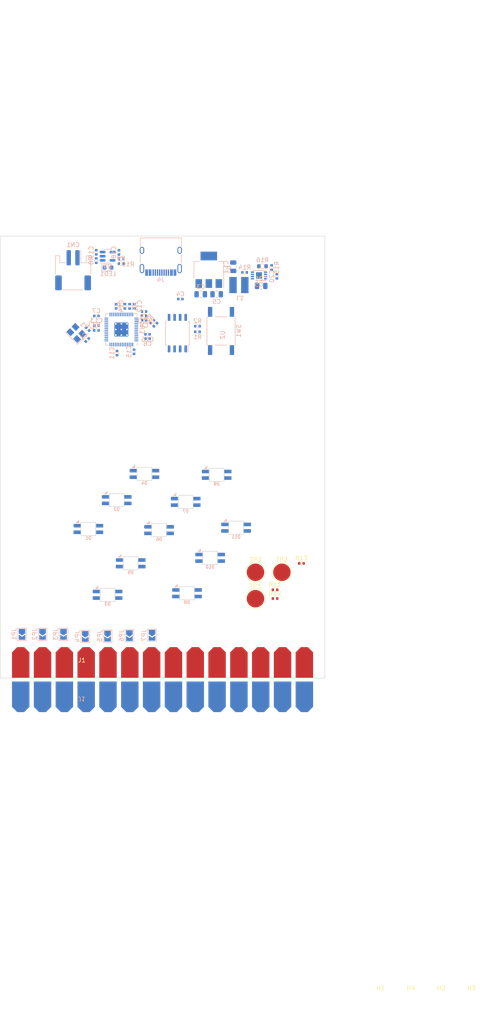
<source format=kicad_pcb>
(kicad_pcb (version 20211014) (generator pcbnew)
  (layers (0 "F.Cu" signal) (31 "B.Cu" signal) (34 "B.Paste" user) (35 "F.Paste" user) (36 "B.SilkS" user "B.Silkscreen") (37 "F.SilkS" user "F.Silkscreen") (38 "B.Mask" user) (39 "F.Mask" user) (44 "Edge.Cuts" user))
  (net 0 "")
  (net 1 "/RP2040/XIN")
  (net 2 "GND")
  (net 3 "Net-(C2-Pad1)")
  (net 4 "V_BAT")
  (net 5 "+3V3")
  (net 6 "+1V1")
  (net 7 "/logo_top_out")
  (net 8 "4.5V")
  (net 9 "NEOPIX")
  (net 10 "Net-(D1-Pad3)")
  (net 11 "Net-(D2-Pad3)")
  (net 12 "/logo_mid_out")
  (net 13 "Net-(L1-Pad2)")
  (net 14 "Net-(R14-Pad1)")
  (net 15 "Net-(D3-Pad3)")
  (net 16 "Net-(R15-Pad2)")
  (net 17 "Net-(D5-Pad3)")
  (net 18 "Net-(D6-Pad3)")
  (net 19 "Net-(D7-Pad3)")
  (net 21 "Net-(D10-Pad1)")
  (net 22 "Net-(D10-Pad3)")
  (net 23 "BADGE_S6")
  (net 24 "BADGE_S5")
  (net 25 "BADGE_S4")
  (net 26 "BADGE_S3")
  (net 27 "BADGE_S2")
  (net 28 "BADGE_S1")
  (net 29 "BADGE_S0")
  (net 31 "USB_D+")
  (net 34 "USB_D-")
  (net 37 "/RP2040/QSPI_SS")
  (net 38 "/RP2040/~{USB_BOOT}")
  (net 39 "/RP2040/XOUT")
  (net 40 "SENSE_VBAT")
  (net 41 "Net-(R6-Pad2)")
  (net 42 "Net-(R7-Pad2)")
  (net 43 "Net-(R8-Pad1)")
  (net 44 "Net-(R10-Pad2)")
  (net 45 "Net-(R9-Pad2)")
  (net 46 "/RP2040/QSPI_SD1")
  (net 47 "/RP2040/QSPI_SD2")
  (net 48 "/RP2040/QSPI_SD0")
  (net 49 "/RP2040/QSPI_SCLK")
  (net 50 "/RP2040/QSPI_SD3")
  (net 51 "/RP2040/GPIO15")
  (net 52 "/RP2040/SWCLK")
  (net 53 "/RP2040/SWD")
  (net 54 "/RP2040/RUN")
  (net 55 "I2C1_SDA")
  (net 56 "I2C1_SCL")
  (net 57 "/RP2040/GPIO19")
  (net 58 "/RP2040/GPIO20")
  (net 59 "/RP2040/GPIO21")
  (net 60 "TOUCH0")
  (net 61 "TOUCH1")
  (net 62 "TOUCH2")
  (net 63 "/RP2040/GPIO25")
  (net 64 "/RP2040/GPIO27_ADC1")
  (net 65 "/RP2040/GPIO28_ADC2")
  (net 66 "/RP2040/GPIO29_ADC3")
  (net 67 "SELF_S6")
  (net 68 "SELF_S5")
  (net 69 "SELF_S4")
  (net 70 "SELF_S3")
  (net 71 "SELF_S2")
  (net 72 "SELF_S1")
  (net 73 "SELF_S0")
  (net 74 "/RP2040/GPIO14")
  (net 75 "VBUS")
  (net 76 "Net-(LED1-Pad1)")
  (footprint "Connector_PCBEdge:BADGE_EDGE_x14" (layer "F.Cu") (at 156 121.625)
    (fp_text reference "J1" (at -18.5 -4.5 unlocked) (layer "F.SilkS"))
    (fp_text value "Conn_02x07_Counter_Clockwise")
    (pad "1" connect roundrect (at -32.5 -4) (size 4 7) (layers "F.Cu" "F.Mask") (roundrect_rratio 0) (chamfer_ratio 0.3) (chamfer top_left top_right) (net 73 "SELF_S0"))
    (pad "2" connect roundrect (at -27.5 -4) (size 4 7) (layers "F.Cu" "F.Mask") (roundrect_rratio 0) (chamfer_ratio 0.3) (chamfer top_left top_right) (net 72 "SELF_S1"))
    (pad "3" connect roundrect (at -22.5 -4) (size 4 7) (layers "F.Cu" "F.Mask") (roundrect_rratio 0) (chamfer_ratio 0.3) (chamfer top_left top_right) (net 71 "SELF_S2"))
    (pad "4" connect roundrect (at -17.5 -4) (size 4 7) (layers "F.Cu" "F.Mask") (roundrect_rratio 0) (chamfer_ratio 0.3) (chamfer top_left top_right) (net 70 "SELF_S3"))
    (pad "5" connect roundrect (at -12.5 -4) (size 4 7) (layers "F.Cu" "F.Mask") (roundrect_rratio 0) (chamfer_ratio 0.3) (chamfer top_left top_right) (net 69 "SELF_S4"))
    (pad "6" connect roundrect (at -7.5 -4) (size 4 7) (layers "F.Cu" "F.Mask") (roundrect_rratio 0) (chamfer_ratio 0.3) (chamfer top_left top_right) (net 68 "SELF_S5"))
    (pad "7" connect roundrect (at -2.5 -4) (size 4 7) (layers "F.Cu" "F.Mask") (roundrect_rratio 0) (chamfer_ratio 0.3) (chamfer top_left top_right) (net 67 "SELF_S6"))
    (pad "8" connect roundrect (at 2.5 -4) (size 4 7) (layers "F.Cu" "F.Mask") (roundrect_rratio 0) (chamfer_ratio 0.3) (chamfer top_left top_right) (net 23 "BADGE_S6"))
    (pad "9" connect roundrect (at 7.5 -4) (size 4 7) (layers "F.Cu" "F.Mask") (roundrect_rratio 0) (chamfer_ratio 0.3) (chamfer top_left top_right) (net 24 "BADGE_S5"))
    (pad "10" connect roundrect (at 12.5 -4) (size 4 7) (layers "F.Cu" "F.Mask") (roundrect_rratio 0) (chamfer_ratio 0.3) (chamfer top_left top_right) (net 25 "BADGE_S4"))
    (pad "11" connect roundrect (at 17.5 -4) (size 4 7) (layers "F.Cu" "F.Mask") (roundrect_rratio 0) (chamfer_ratio 0.3) (chamfer top_left top_right) (net 26 "BADGE_S3"))
    (pad "12" connect roundrect (at 22.5 -4) (size 4 7) (layers "F.Cu" "F.Mask") (roundrect_rratio 0) (chamfer_ratio 0.3) (chamfer top_left top_right) (net 27 "BADGE_S2"))
    (pad "13" connect roundrect (at 27.5 -4) (size 4 7) (layers "F.Cu" "F.Mask") (roundrect_rratio 0) (chamfer_ratio 0.3) (chamfer top_left top_right) (net 28 "BADGE_S1"))
    (pad "14" connect roundrect (at 32.5 -4) (size 4 7) (layers "F.Cu" "F.Mask") (roundrect_rratio 0) (chamfer_ratio 0.3) (chamfer top_left top_right) (net 29 "BADGE_S0"))
  )
  (footprint "MountingHole:MountingHole_2.7mm_M2.5" (layer "F.Cu") (at 205.965 195.825)
    (fp_text reference "H1" (at 0 -3.7) (layer "F.SilkS"))
    (fp_text value "MountingHole")
    (pad "" np_thru_hole circle locked (at 0 0) (size 2.7 2.7) (drill 2.7) (layers *.Cu *.Mask))
  )
  (footprint "MountingHole:MountingHole_2.7mm_M2.5" (layer "F.Cu") (at 219.865 195.825)
    (fp_text reference "H2" (at 0 -3.7) (layer "F.SilkS"))
    (fp_text value "MountingHole")
    (pad "" np_thru_hole circle locked (at 0 0) (size 2.7 2.7) (drill 2.7) (layers *.Cu *.Mask))
  )
  (footprint "Resistor_SMD:R_0402_1005Metric" (layer "F.Cu") (at 181.78 101.025)
    (fp_text reference "R11" (at 0 -1.17) (layer "F.SilkS"))
    (fp_text value "1M")
    (pad "1" smd roundrect locked (at -0.51 0) (size 0.54 0.64) (layers "F.Cu" "F.Paste" "F.Mask") (net 60 "TOUCH0"))
    (pad "2" smd roundrect locked (at 0.51 0) (size 0.54 0.64) (layers "F.Cu" "F.Paste" "F.Mask") (net 2 "GND"))
  )
  (footprint "MountingHole:MountingHole_2.7mm_M2.5" (layer "F.Cu") (at 212.915 195.825)
    (fp_text reference "H4" (at 0 -3.7) (layer "F.SilkS"))
    (fp_text value "MountingHole")
    (pad "" np_thru_hole circle locked (at 0 0) (size 2.7 2.7) (drill 2.7) (layers *.Cu *.Mask))
  )
  (footprint "TestPoint:TestPoint_Pad_D4.0mm" (layer "F.Cu") (at 183.35 97.005)
    (fp_text reference "TP2" (at 0 -2.898) (layer "F.SilkS"))
    (fp_text value "TestPoint")
    (pad "1" smd circle locked (at 0 0) (size 4 4) (layers "F.Cu" "F.Mask") (net 61 "TOUCH1"))
  )
  (footprint "MountingHole:MountingHole_2.7mm_M2.5" (layer "F.Cu") (at 226.815 195.825)
    (fp_text reference "H3" (at 0 -3.7) (layer "F.SilkS"))
    (fp_text value "MountingHole")
    (pad "" np_thru_hole circle locked (at 0 0) (size 2.7 2.7) (drill 2.7) (layers *.Cu *.Mask))
  )
  (footprint "Resistor_SMD:R_0402_1005Metric" (layer "F.Cu") (at 181.78 103.015)
    (fp_text reference "R12" (at 0 -1.17) (layer "F.SilkS"))
    (fp_text value "1M")
    (pad "1" smd roundrect locked (at -0.51 0) (size 0.54 0.64) (layers "F.Cu" "F.Paste" "F.Mask") (net 61 "TOUCH1"))
    (pad "2" smd roundrect locked (at 0.51 0) (size 0.54 0.64) (layers "F.Cu" "F.Paste" "F.Mask") (net 2 "GND"))
  )
  (footprint "Resistor_SMD:R_0402_1005Metric" (layer "F.Cu") (at 187.83 94.975)
    (fp_text reference "R13" (at 0 -1.17) (layer "F.SilkS"))
    (fp_text value "1M")
    (pad "1" smd roundrect locked (at -0.51 0) (size 0.54 0.64) (layers "F.Cu" "F.Paste" "F.Mask") (net 62 "TOUCH2"))
    (pad "2" smd roundrect locked (at 0.51 0) (size 0.54 0.64) (layers "F.Cu" "F.Paste" "F.Mask") (net 2 "GND"))
  )
  (footprint "TestPoint:TestPoint_Pad_D4.0mm" (layer "F.Cu") (at 177.3 97.005)
    (fp_text reference "TP3" (at 0 -2.898) (layer "F.SilkS"))
    (fp_text value "TestPoint")
    (pad "1" smd circle locked (at 0 0) (size 4 4) (layers "F.Cu" "F.Mask") (net 62 "TOUCH2"))
  )
  (footprint "TestPoint:TestPoint_Pad_D4.0mm" (layer "F.Cu") (at 177.3 103.055)
    (fp_text reference "TP1" (at 0 -2.898) (layer "F.SilkS"))
    (fp_text value "TestPoint")
    (pad "1" smd circle locked (at 0 0) (size 4 4) (layers "F.Cu" "F.Mask") (net 60 "TOUCH0"))
  )
  (footprint "Inductor_SMD:CKCS4018" (layer "B.Cu") (at 173.5 31.3)
    (fp_text reference "L1" (at 0.3 3 180 unlocked) (layer "B.SilkS") (effects (justify mirror)))
    (fp_text value "L")
    (pad "1" smd rect (at -1.35 0) (size 1.7 3.7) (layers "B.Cu" "B.Paste" "B.Mask") (net 4 "V_BAT"))
    (pad "2" smd rect (at 1.35 0) (size 1.7 3.7) (layers "B.Cu" "B.Paste" "B.Mask") (net 13 "Net-(L1-Pad2)"))
  )
  (footprint "Jumper:SolderJumper-2_P1.3mm_Open_TrianglePad1.0x1.5mm" (layer "B.Cu") (at 153.6 111.4 -90)
    (fp_text reference "JP7" (at 0 1.8 90) (layer "B.SilkS") (effects (justify mirror)))
    (fp_text value "SolderJumper_2_Open")
    (pad "1" smd custom locked (at -0.725 0 270) (size 0.3 0.3) (layers "B.Cu" "B.Mask") (net 2 "GND") (options (clearance outline) (anchor rect)) (primitives (gr_poly (pts (xy 1 0) (xy 0.5 0.75) (xy -0.5 0.75) (xy -0.5 -0.75) (xy 0.5 -0.75)) (width 0) (fill yes))))
    (pad "2" smd custom locked (at 0.725 0 270) (size 0.3 0.3) (layers "B.Cu" "B.Mask") (net 67 "SELF_S6") (options (clearance outline) (anchor rect)) (primitives (gr_poly (pts (xy 0.5 0.75) (xy -0.65 0.75) (xy -0.15 0) (xy -0.65 -0.75) (xy 0.5 -0.75)) (width 0) (fill yes))))
  )
  (footprint "Capacitor_SMD:C_0805_2012Metric" (layer "B.Cu") (at 164.75 33.4 180)
    (fp_text reference "C3" (at 0 1.68) (layer "B.SilkS") (effects (justify mirror)))
    (fp_text value "10u")
    (pad "1" smd roundrect locked (at -0.95 0 180) (size 1 1.45) (layers "B.Cu" "B.Paste" "B.Mask") (net 4 "V_BAT"))
    (pad "2" smd roundrect locked (at 0.95 0 180) (size 1 1.45) (layers "B.Cu" "B.Paste" "B.Mask") (net 2 "GND"))
  )
  (footprint "Resistor_SMD:R_0402_1005Metric" (layer "B.Cu") (at 147.3625 36.1625 -90)
    (fp_text reference "R4" (at 0 1.17 -270) (layer "B.SilkS") (effects (justify mirror)))
    (fp_text value "10k")
    (pad "1" smd roundrect locked (at -0.51 0 270) (size 0.54 0.64) (layers "B.Cu" "B.Paste" "B.Mask") (net 4 "V_BAT"))
    (pad "2" smd roundrect locked (at 0.51 0 270) (size 0.54 0.64) (layers "B.Cu" "B.Paste" "B.Mask") (net 40 "SENSE_VBAT"))
  )
  (footprint "Resistor_SMD:R_0402_1005Metric" (layer "B.Cu") (at 153.6625 39.6625 -135)
    (fp_text reference "R7" (at 0 1.17 45) (layer "B.SilkS") (effects (justify mirror)))
    (fp_text value "27")
    (pad "1" smd roundrect locked (at -0.51 0 225) (size 0.54 0.64) (layers "B.Cu" "B.Paste" "B.Mask") (net 34 "USB_D-"))
    (pad "2" smd roundrect locked (at 0.51 0 225) (size 0.54 0.64) (layers "B.Cu" "B.Paste" "B.Mask") (net 42 "Net-(R7-Pad2)"))
  )
  (footprint "Capacitor_SMD:C_0402_1005Metric" (layer "B.Cu") (at 146 23.82 -90)
    (fp_text reference "C18" (at 0 1.16 90) (layer "B.SilkS") (effects (justify mirror)))
    (fp_text value "1u")
    (pad "1" smd roundrect locked (at -0.48 0 270) (size 0.56 0.62) (layers "B.Cu" "B.Paste" "B.Mask") (net 75 "VBUS"))
    (pad "2" smd roundrect locked (at 0.48 0 270) (size 0.56 0.62) (layers "B.Cu" "B.Paste" "B.Mask") (net 2 "GND"))
  )
  (footprint "Capacitor_SMD:C_0402_1005Metric" (layer "B.Cu") (at 151.7625 38.3625)
    (fp_text reference "C10" (at 0 1.16) (layer "B.SilkS") (effects (justify mirror)))
    (fp_text value "1u")
    (pad "1" smd roundrect locked (at -0.48 0) (size 0.56 0.62) (layers "B.Cu" "B.Paste" "B.Mask") (net 5 "+3V3"))
    (pad "2" smd roundrect locked (at 0.48 0) (size 0.56 0.62) (layers "B.Cu" "B.Paste" "B.Mask") (net 2 "GND"))
  )
  (footprint "footprints:SK6812-MINI-E" (layer "B.Cu") (at 145.5 80.5 180)
    (fp_text reference "D2" (at 0 -2.1 unlocked) (layer "B.SilkS") (effects (font (size 0.7 0.7)) (justify mirror)))
    (fp_text value "SK6812MINI-E" hide)
    (fp_line (start -1.7 -1.5) (end -1.7 1.5) (layer "Edge.Cuts") (width 0.12))
    (fp_line (start -1.7 1.5) (end 1.7 1.5) (layer "Edge.Cuts") (width 0.12))
    (fp_line (start 1.7 -1.5) (end -1.7 -1.5) (layer "Edge.Cuts") (width 0.12))
    (fp_line (start 1.7 1.5) (end 1.7 -1.5) (layer "Edge.Cuts") (width 0.12))
    (pad "1" smd rect locked (at -2.55 -0.75 180) (size 1.7 0.82) (layers "B.Cu" "B.Paste" "B.Mask") (net 10 "Net-(D1-Pad3)"))
    (pad "2" smd rect locked (at -2.55 0.75 180) (size 1.7 0.82) (layers "B.Cu" "B.Paste" "B.Mask") (net 8 "4.5V"))
    (pad "3" smd roundrect locked (at 2.55 0.75 180) (size 1.7 0.82) (layers "B.Cu" "B.Paste" "B.Mask") (net 11 "Net-(D2-Pad3)"))
    (pad "4" smd rect locked (at 2.55 -0.75 180) (size 1.7 0.82) (layers "B.Cu" "B.Paste" "B.Mask") (net 2 "GND"))
  )
  (footprint "Capacitor_SMD:C_0402_1005Metric" (layer "B.Cu") (at 182.2 29.3 -90)
    (fp_text reference "C20" (at 0 1.16 90) (layer "B.SilkS") (effects (justify mirror)))
    (fp_text value "1u")
    (pad "1" smd roundrect locked (at -0.48 0 270) (size 0.56 0.62) (layers "B.Cu" "B.Paste" "B.Mask") (net 4 "V_BAT"))
    (pad "2" smd roundrect locked (at 0.48 0 270) (size 0.56 0.62) (layers "B.Cu" "B.Paste" "B.Mask") (net 2 "GND"))
  )
  (footprint "Jumper:SolderJumper-2_P1.3mm_Open_TrianglePad1.0x1.5mm" (layer "B.Cu") (at 128.5 111.2 -90)
    (fp_text reference "JP2" (at 0 1.8 90) (layer "B.SilkS") (effects (justify mirror)))
    (fp_text value "SolderJumper_2_Open")
    (pad "1" smd custom locked (at -0.725 0 270) (size 0.3 0.3) (layers "B.Cu" "B.Mask") (net 2 "GND") (options (clearance outline) (anchor rect)) (primitives (gr_poly (pts (xy 1 0) (xy 0.5 0.75) (xy -0.5 0.75) (xy -0.5 -0.75) (xy 0.5 -0.75)) (width 0) (fill yes))))
    (pad "2" smd custom locked (at 0.725 0 270) (size 0.3 0.3) (layers "B.Cu" "B.Mask") (net 72 "SELF_S1") (options (clearance outline) (anchor rect)) (primitives (gr_poly (pts (xy 0.5 0.75) (xy -0.65 0.75) (xy -0.15 0) (xy -0.65 -0.75) (xy 0.5 -0.75)) (width 0) (fill yes))))
  )
  (footprint "Package_TO_SOT_SMD:SOT-23-5" (layer "B.Cu") (at 143.4 24.7)
    (fp_text reference "U4" (at 0 2.4) (layer "B.SilkS") (effects (justify mirror)))
    (fp_text value "TP4054-42-SOT25R")
    (pad "1" smd roundrect locked (at -1.1375 0.95) (size 1.325 0.6) (layers "B.Cu" "B.Paste" "B.Mask") (net 43 "Net-(R8-Pad1)"))
    (pad "2" smd roundrect locked (at -1.1375 0) (size 1.325 0.6) (layers "B.Cu" "B.Paste" "B.Mask") (net 2 "GND"))
    (pad "3" smd roundrect locked (at -1.1375 -0.95) (size 1.325 0.6) (layers "B.Cu" "B.Paste" "B.Mask") (net 4 "V_BAT"))
    (pad "4" smd roundrect locked (at 1.1375 -0.95) (size 1.325 0.6) (layers "B.Cu" "B.Paste" "B.Mask") (net 75 "VBUS"))
    (pad "5" smd roundrect locked (at 1.1375 0.95) (size 1.325 0.6) (layers "B.Cu" "B.Paste" "B.Mask") (net 45 "Net-(R9-Pad2)"))
  )
  (footprint "Resistor_SMD:R_0402_1005Metric" (layer "B.Cu") (at 174.8 28.4 180)
    (fp_text reference "R14" (at 0 1.17) (layer "B.SilkS") (effects (justify mirror)))
    (fp_text value "1M")
    (pad "1" smd roundrect locked (at -0.51 0 180) (size 0.54 0.64) (layers "B.Cu" "B.Paste" "B.Mask") (net 14 "Net-(R14-Pad1)"))
    (pad "2" smd roundrect locked (at 0.51 0 180) (size 0.54 0.64) (layers "B.Cu" "B.Paste" "B.Mask") (net 2 "GND"))
  )
  (footprint "footprints:SK6812-MINI-E" (layer "B.Cu") (at 166.9 93.7 180)
    (fp_text reference "D10" (at 0 -2.1 unlocked) (layer "B.SilkS") (effects (font (size 0.7 0.7)) (justify mirror)))
    (fp_text value "SK6812MINI-E" hide)
    (fp_line (start 1.7 -1.5) (end -1.7 -1.5) (layer "Edge.Cuts") (width 0.12))
    (fp_line (start 1.7 1.5) (end 1.7 -1.5) (layer "Edge.Cuts") (width 0.12))
    (fp_line (start -1.7 1.5) (end 1.7 1.5) (layer "Edge.Cuts") (width 0.12))
    (fp_line (start -1.7 -1.5) (end -1.7 1.5) (layer "Edge.Cuts") (width 0.12))
    (pad "1" smd rect locked (at -2.55 -0.75 180) (size 1.7 0.82) (layers "B.Cu" "B.Paste" "B.Mask") (net 21 "Net-(D10-Pad1)"))
    (pad "2" smd rect locked (at -2.55 0.75 180) (size 1.7 0.82) (layers "B.Cu" "B.Paste" "B.Mask") (net 8 "4.5V"))
    (pad "3" smd roundrect locked (at 2.55 0.75 180) (size 1.7 0.82) (layers "B.Cu" "B.Paste" "B.Mask") (net 22 "Net-(D10-Pad3)"))
    (pad "4" smd rect locked (at 2.55 -0.75 180) (size 1.7 0.82) (layers "B.Cu" "B.Paste" "B.Mask") (net 2 "GND"))
  )
  (footprint "Capacitor_SMD:C_0402_1005Metric" (layer "B.Cu") (at 149.4625 46.5625 -90)
    (fp_text reference "C15" (at 0 1.16 -270) (layer "B.SilkS") (effects (justify mirror)))
    (fp_text value "100n")
    (pad "1" smd roundrect locked (at -0.48 0 270) (size 0.56 0.62) (layers "B.Cu" "B.Paste" "B.Mask") (net 5 "+3V3"))
    (pad "2" smd roundrect locked (at 0.48 0 270) (size 0.56 0.62) (layers "B.Cu" "B.Paste" "B.Mask") (net 2 "GND"))
  )
  (footprint "Resistor_SMD:R_0402_1005Metric" (layer "B.Cu") (at 181 27.3 90)
    (fp_text reference "R15" (at 0 1.17 90) (layer "B.SilkS") (effects (justify mirror)))
    (fp_text value "1M")
    (pad "1" smd roundrect locked (at -0.51 0 90) (size 0.54 0.64) (layers "B.Cu" "B.Paste" "B.Mask") (net 8 "4.5V"))
    (pad "2" smd roundrect locked (at 0.51 0 90) (size 0.54 0.64) (layers "B.Cu" "B.Paste" "B.Mask") (net 16 "Net-(R15-Pad2)"))
  )
  (footprint "Capacitor_SMD:C_0402_1005Metric" (layer "B.Cu") (at 145.3625 36.1625 90)
    (fp_text reference "C14" (at 0 1.16 90) (layer "B.SilkS") (effects (justify mirror)))
    (fp_text value "100n")
    (pad "1" smd roundrect locked (at -0.48 0 90) (size 0.56 0.62) (layers "B.Cu" "B.Paste" "B.Mask") (net 5 "+3V3"))
    (pad "2" smd roundrect locked (at 0.48 0 90) (size 0.56 0.62) (layers "B.Cu" "B.Paste" "B.Mask") (net 2 "GND"))
  )
  (footprint "Capacitor_SMD:C_0402_1005Metric" (layer "B.Cu") (at 151.7625 39.3625)
    (fp_text reference "C8" (at 0 1.16) (layer "B.SilkS") (effects (justify mirror)))
    (fp_text value "1u")
    (pad "1" smd roundrect locked (at -0.48 0) (size 0.56 0.62) (layers "B.Cu" "B.Paste" "B.Mask") (net 6 "+1V1"))
    (pad "2" smd roundrect locked (at 0.48 0) (size 0.56 0.62) (layers "B.Cu" "B.Paste" "B.Mask") (net 2 "GND"))
  )
  (footprint "footprints:SK6812-MINI-E" (layer "B.Cu") (at 172.85 86.805 180)
    (fp_text reference "D11" (at 0 -2.1 unlocked) (layer "B.SilkS") (effects (font (size 0.7 0.7)) (justify mirror)))
    (fp_text value "SK6812MINI-E" hide)
    (fp_line (start 1.7 -1.5) (end -1.7 -1.5) (layer "Edge.Cuts") (width 0.12))
    (fp_line (start 1.7 1.5) (end 1.7 -1.5) (layer "Edge.Cuts") (width 0.12))
    (fp_line (start -1.7 -1.5) (end -1.7 1.5) (layer "Edge.Cuts") (width 0.12))
    (fp_line (start -1.7 1.5) (end 1.7 1.5) (layer "Edge.Cuts") (width 0.12))
    (pad "1" smd rect locked (at -2.55 -0.75 180) (size 1.7 0.82) (layers "B.Cu" "B.Paste" "B.Mask") (net 22 "Net-(D10-Pad3)"))
    (pad "2" smd rect locked (at -2.55 0.75 180) (size 1.7 0.82) (layers "B.Cu" "B.Paste" "B.Mask") (net 8 "4.5V"))
    (pad "3" smd roundrect locked (at 2.55 0.75 180) (size 1.7 0.82) (layers "B.Cu" "B.Paste" "B.Mask") (net 12 "/logo_mid_out"))
    (pad "4" smd rect locked (at 2.55 -0.75 180) (size 1.7 0.82) (layers "B.Cu" "B.Paste" "B.Mask") (net 2 "GND"))
  )
  (footprint "footprints:SK6812-MINI-E" (layer "B.Cu") (at 151.85 74.505 180)
    (fp_text reference "D4" (at 0 -2.1 unlocked) (layer "B.SilkS") (effects (font (size 0.7 0.7)) (justify mirror)))
    (fp_text value "SK6812MINI-E" hide)
    (fp_line (start -1.7 -1.5) (end -1.7 1.5) (layer "Edge.Cuts") (width 0.12))
    (fp_line (start -1.7 1.5) (end 1.7 1.5) (layer "Edge.Cuts") (width 0.12))
    (fp_line (start 1.7 1.5) (end 1.7 -1.5) (layer "Edge.Cuts") (width 0.12))
    (fp_line (start 1.7 -1.5) (end -1.7 -1.5) (layer "Edge.Cuts") (width 0.12))
    (pad "1" smd rect locked (at -2.55 -0.75 180) (size 1.7 0.82) (layers "B.Cu" "B.Paste" "B.Mask") (net 11 "Net-(D2-Pad3)"))
    (pad "2" smd rect locked (at -2.55 0.75 180) (size 1.7 0.82) (layers "B.Cu" "B.Paste" "B.Mask") (net 8 "4.5V"))
    (pad "3" smd roundrect locked (at 2.55 0.75 180) (size 1.7 0.82) (layers "B.Cu" "B.Paste" "B.Mask") (net 9 "NEOPIX"))
    (pad "4" smd rect locked (at 2.55 -0.75 180) (size 1.7 0.82) (layers "B.Cu" "B.Paste" "B.Mask") (net 2 "GND"))
  )
  (footprint "Jumper:SolderJumper-2_P1.3mm_Open_TrianglePad1.0x1.5mm" (layer "B.Cu") (at 143.4 111.6 -90)
    (fp_text reference "JP5" (at 0 1.8 90) (layer "B.SilkS") (effects (justify mirror)))
    (fp_text value "SolderJumper_2_Open")
    (pad "1" smd custom locked (at -0.725 0 270) (size 0.3 0.3) (layers "B.Cu" "B.Mask") (net 2 "GND") (options (clearance outline) (anchor rect)) (primitives (gr_poly (pts (xy 1 0) (xy 0.5 0.75) (xy -0.5 0.75) (xy -0.5 -0.75) (xy 0.5 -0.75)) (width 0) (fill yes))))
    (pad "2" smd custom locked (at 0.725 0 270) (size 0.3 0.3) (layers "B.Cu" "B.Mask") (net 69 "SELF_S4") (options (clearance outline) (anchor rect)) (primitives (gr_poly (pts (xy 0.5 0.75) (xy -0.65 0.75) (xy -0.15 0) (xy -0.65 -0.75) (xy 0.5 -0.75)) (width 0) (fill yes))))
  )
  (footprint "Capacitor_SMD:C_0402_1005Metric" (layer "B.Cu") (at 160.08 34.5 180)
    (fp_text reference "C4" (at 0 1.16) (layer "B.SilkS") (effects (justify mirror)))
    (fp_text value "100n")
    (pad "1" smd roundrect locked (at -0.48 0 180) (size 0.56 0.62) (layers "B.Cu" "B.Paste" "B.Mask") (net 5 "+3V3"))
    (pad "2" smd roundrect locked (at 0.48 0 180) (size 0.56 0.62) (layers "B.Cu" "B.Paste" "B.Mask") (net 2 "GND"))
  )
  (footprint "footprints:SK6812-MINI-E" (layer "B.Cu") (at 155.2 87.355 180)
    (fp_text reference "D6" (at 0 -2.1 unlocked) (layer "B.SilkS") (effects (font (size 0.7 0.7)) (justify mirror)))
    (fp_text value "SK6812MINI-E" hide)
    (fp_line (start 1.7 -1.5) (end -1.7 -1.5) (layer "Edge.Cuts") (width 0.12))
    (fp_line (start -1.7 -1.5) (end -1.7 1.5) (layer "Edge.Cuts") (width 0.12))
    (fp_line (start 1.7 1.5) (end 1.7 -1.5) (layer "Edge.Cuts") (width 0.12))
    (fp_line (start -1.7 1.5) (end 1.7 1.5) (layer "Edge.Cuts") (width 0.12))
    (pad "1" smd rect locked (at -2.55 -0.75 180) (size 1.7 0.82) (layers "B.Cu" "B.Paste" "B.Mask") (net 17 "Net-(D5-Pad3)"))
    (pad "2" smd rect locked (at -2.55 0.75 180) (size 1.7 0.82) (layers "B.Cu" "B.Paste" "B.Mask") (net 8 "4.5V"))
    (pad "3" smd roundrect locked (at 2.55 0.75 180) (size 1.7 0.82) (layers "B.Cu" "B.Paste" "B.Mask") (net 18 "Net-(D6-Pad3)"))
    (pad "4" smd rect locked (at 2.55 -0.75 180) (size 1.7 0.82) (layers "B.Cu" "B.Paste" "B.Mask") (net 2 "GND"))
  )
  (footprint "footprints:SK6812-MINI-E" (layer "B.Cu") (at 139 87.1 180)
    (fp_text reference "D1" (at 0 -2.1 unlocked) (layer "B.SilkS") (effects (font (size 0.7 0.7)) (justify mirror)))
    (fp_text value "SK6812MINI-E" hide)
    (fp_line (start 1.7 -1.5) (end -1.7 -1.5) (layer "Edge.Cuts") (width 0.12))
    (fp_line (start -1.7 1.5) (end 1.7 1.5) (layer "Edge.Cuts") (width 0.12))
    (fp_line (start -1.7 -1.5) (end -1.7 1.5) (layer "Edge.Cuts") (width 0.12))
    (fp_line (start 1.7 1.5) (end 1.7 -1.5) (layer "Edge.Cuts") (width 0.12))
    (pad "1" smd rect locked (at -2.55 -0.75 180) (size 1.7 0.82) (layers "B.Cu" "B.Paste" "B.Mask") (net 7 "/logo_top_out"))
    (pad "2" smd rect locked (at -2.55 0.75 180) (size 1.7 0.82) (layers "B.Cu" "B.Paste" "B.Mask") (net 8 "4.5V"))
    (pad "3" smd roundrect locked (at 2.55 0.75 180) (size 1.7 0.82) (layers "B.Cu" "B.Paste" "B.Mask") (net 10 "Net-(D1-Pad3)"))
    (pad "4" smd rect locked (at 2.55 -0.75 180) (size 1.7 0.82) (layers "B.Cu" "B.Paste" "B.Mask") (net 2 "GND"))
  )
  (footprint "Capacitor_SMD:C_0402_1005Metric" (layer "B.Cu") (at 138.7425 43.8625 -135)
    (fp_text reference "C1" (at 0 1.16 45) (layer "B.SilkS") (effects (justify mirror)))
    (fp_text value "20p")
    (pad "1" smd roundrect locked (at -0.48 0 225) (size 0.56 0.62) (layers "B.Cu" "B.Paste" "B.Mask") (net 1 "/RP2040/XIN"))
    (pad "2" smd roundrect locked (at 0.48 0 225) (size 0.56 0.62) (layers "B.Cu" "B.Paste" "B.Mask") (net 2 "GND"))
  )
  (footprint "Jumper:SolderJumper-2_P1.3mm_Open_TrianglePad1.0x1.5mm" (layer "B.Cu") (at 148.4 111.5 -90)
    (fp_text reference "JP6" (at 0 1.8 90) (layer "B.SilkS") (effects (justify mirror)))
    (fp_text value "SolderJumper_2_Open")
    (pad "1" smd custom locked (at -0.725 0 270) (size 0.3 0.3) (layers "B.Cu" "B.Mask") (net 2 "GND") (options (clearance outline) (anchor rect)) (primitives (gr_poly (pts (xy 1 0) (xy 0.5 0.75) (xy -0.5 0.75) (xy -0.5 -0.75) (xy 0.5 -0.75)) (width 0) (fill yes))))
    (pad "2" smd custom locked (at 0.725 0 270) (size 0.3 0.3) (layers "B.Cu" "B.Mask") (net 68 "SELF_S5") (options (clearance outline) (anchor rect)) (primitives (gr_poly (pts (xy 0.5 0.75) (xy -0.65 0.75) (xy -0.15 0) (xy -0.65 -0.75) (xy 0.5 -0.75)) (width 0) (fill yes))))
  )
  (footprint "Connector_USB:USB_C_Receptacle_HRO_TYPE-C-31-M-12" (layer "B.Cu") (at 155.6 24.4)
    (fp_text reference "J4" (at 0 5.645) (layer "B.SilkS") (effects (justify mirror)))
    (fp_text value "USB_C_Receptacle_USB2.0")
    (pad "" np_thru_hole circle locked (at -2.89 2.6) (size 0.65 0.65) (drill 0.65) (layers *.Cu *.Mask))
    (pad "" np_thru_hole circle locked (at 2.89 2.6) (size 0.65 0.65) (drill 0.65) (layers *.Cu *.Mask))
    (pad "A1" smd rect locked (at -3.25 4.045) (size 0.6 1.45) (layers "B.Cu" "B.Paste" "B.Mask") (net 2 "GND"))
    (pad "A4" smd rect locked (at -2.45 4.045) (size 0.6 1.45) (layers "B.Cu" "B.Paste" "B.Mask") (net 75 "VBUS"))
    (pad "A5" smd rect locked (at -1.25 4.045) (size 0.3 1.45) (layers "B.Cu" "B.Paste" "B.Mask"))
    (pad "A6" smd rect locked (at -0.25 4.045) (size 0.3 1.45) (layers "B.Cu" "B.Paste" "B.Mask") (net 31 "USB_D+"))
    (pad "A7" smd rect locked (at 0.25 4.045) (size 0.3 1.45) (layers "B.Cu" "B.Paste" "B.Mask") (net 34 "USB_D-"))
    (pad "A8" smd rect locked (at 1.25 4.045) (size 0.3 1.45) (layers "B.Cu" "B.Paste" "B.Mask"))
    (pad "A9" smd rect locked (at 2.45 4.045) (size 0.6 1.45) (layers "B.Cu" "B.Paste" "B.Mask") (net 75 "VBUS"))
    (pad "A12" smd rect locked (at 3.25 4.045) (size 0.6 1.45) (layers "B.Cu" "B.Paste" "B.Mask") (net 2 "GND"))
    (pad "B1" smd rect locked (at 3.25 4.045) (size 0.6 1.45) (layers "B.Cu" "B.Paste" "B.Mask") (net 2 "GND"))
    (pad "B4" smd rect locked (at 2.45 4.045) (size 0.6 1.45) (layers "B.Cu" "B.Paste" "B.Mask") (net 75 "VBUS"))
    (pad "B5" smd rect locked (at 1.75 4.045) (size 0.3 1.45) (layers "B.Cu" "B.Paste" "B.Mask"))
    (pad "B6" smd rect locked (at 0.75 4.045) (size 0.3 1.45) (layers "B.Cu" "B.Paste" "B.Mask") (net 31 "USB_D+"))
    (pad "B7" smd rect locked (at -0.75 4.045) (size 0.3 1.45) (layers "B.Cu" "B.Paste" "B.Mask") (net 34 "USB_D-"))
    (pad "B8" smd rect locked (at -1.75 4.045) (size 0.3 1.45) (layers "B.Cu" "B.Paste" "B.Mask"))
    (pad "B9" smd rect locked (at -2.45 4.045) (size 0.6 1.45) (layers "B.Cu" "B.Paste" "B.Mask") (net 75 "VBUS"))
    (pad "B12" smd rect locked (at -3.25 4.045) (size 0.6 1.45) (layers "B.Cu" "B.Paste" "B.Mask") (net 2 "GND"))
    (pad "S1" thru_hole oval locked (at 4.32 -1.05) (size 1 1.6) (drill oval 0.6 1.2) (layers *.Cu *.Mask))
    (pad "S1" thru_hole oval locked (at -4.32 3.13) (size 1 2.1) (drill oval 0.6 1.7) (layers *.Cu *.Mask))
    (pad "S1" thru_hole oval locked (at 4.32 3.13) (size 1 2.1) (drill oval 0.6 1.7) (layers *.Cu *.Mask))
    (pad "S1" thru_hole oval locked (at -4.32 -1.05) (size 1 1.6) (drill oval 0.6 1.2) (layers *.Cu *.Mask))
  )
  (footprint "footprints:SK6812-MINI-E" (layer "B.Cu") (at 143.4 102.155 180)
    (fp_text reference "D3" (at 0 -2.1 unlocked) (layer "B.SilkS") (effects (font (size 0.7 0.7)) (justify mirror)))
    (fp_text value "SK6812MINI-E" hide)
    (fp_line (start -1.7 -1.5) (end -1.7 1.5) (layer "Edge.Cuts") (width 0.12))
    (fp_line (start 1.7 -1.5) (end -1.7 -1.5) (layer "Edge.Cuts") (width 0.12))
    (fp_line (start 1.7 1.5) (end 1.7 -1.5) (layer "Edge.Cuts") (width 0.12))
    (fp_line (start -1.7 1.5) (end 1.7 1.5) (layer "Edge.Cuts") (width 0.12))
    (pad "1" smd rect locked (at -2.55 -0.75 180) (size 1.7 0.82) (layers "B.Cu" "B.Paste" "B.Mask") (net 12 "/logo_mid_out"))
    (pad "2" smd rect locked (at -2.55 0.75 180) (size 1.7 0.82) (layers "B.Cu" "B.Paste" "B.Mask") (net 8 "4.5V"))
    (pad "3" smd roundrect locked (at 2.55 0.75 180) (size 1.7 0.82) (layers "B.Cu" "B.Paste" "B.Mask") (net 15 "Net-(D3-Pad3)"))
    (pad "4" smd rect locked (at 2.55 -0.75 180) (size 1.7 0.82) (layers "B.Cu" "B.Paste" "B.Mask") (net 2 "GND"))
  )
  (footprint "Resistor_SMD:R_0402_1005Metric" (layer "B.Cu") (at 140.8 25.7 -90)
    (fp_text reference "R8" (at 0 1.17 90) (layer "B.SilkS") (effects (justify mirror)))
    (fp_text value "470")
    (pad "1" smd roundrect locked (at -0.51 0 270) (size 0.54 0.64) (layers "B.Cu" "B.Paste" "B.Mask") (net 43 "Net-(R8-Pad1)"))
    (pad "2" smd roundrect locked (at 0.51 0 270) (size 0.54 0.64) (layers "B.Cu" "B.Paste" "B.Mask") (net 76 "Net-(LED1-Pad1)"))
  )
  (footprint "footprints:RP2040-QFN-56" (layer "B.Cu") (at 146.5625 41.4625 90)
    (fp_text reference "U3" (at 0 4.82 90) (layer "B.SilkS") (effects (justify mirror)))
    (fp_text value "RP2040")
    (pad "1" smd roundrect locked (at -3.4375 2.6 90) (size 0.875 0.2) (layers "B.Cu" "B.Paste" "B.Mask") (net 5 "+3V3"))
    (pad "2" smd roundrect locked (at -3.4375 2.2 90) (size 0.875 0.2) (layers "B.Cu" "B.Paste" "B.Mask") (net 29 "BADGE_S0"))
    (pad "3" smd roundrect locked (at -3.4375 1.8 90) (size 0.875 0.2) (layers "B.Cu" "B.Paste" "B.Mask") (net 28 "BADGE_S1"))
    (pad "4" smd roundrect locked (at -3.4375 1.4 90) (size 0.875 0.2) (layers "B.Cu" "B.Paste" "B.Mask") (net 27 "BADGE_S2"))
    (pad "5" smd roundrect locked (at -3.4375 1 90) (size 0.875 0.2) (layers "B.Cu" "B.Paste" "B.Mask") (net 26 "BADGE_S3"))
    (pad "6" smd roundrect locked (at -3.4375 0.6 90) (size 0.875 0.2) (layers "B.Cu" "B.Paste" "B.Mask") (net 25 "BADGE_S4"))
    (pad "7" smd roundrect locked (at -3.4375 0.2 90) (size 0.875 0.2) (layers "B.Cu" "B.Paste" "B.Mask") (net 24 "BADGE_S5"))
    (pad "8" smd roundrect locked (at -3.4375 -0.2 90) (size 0.875 0.2) (layers "B.Cu" "B.Paste" "B.Mask") (net 23 "BADGE_S6"))
    (pad "9" smd roundrect locked (at -3.4375 -0.6 90) (size 0.875 0.2) (layers "B.Cu" "B.Paste" "B.Mask") (net 67 "SELF_S6"))
    (pad "10" smd roundrect locked (at -3.4375 -1 90) (size 0.875 0.2) (layers "B.Cu" "B.Paste" "B.Mask") (net 5 "+3V3"))
    (pad "11" smd roundrect locked (at -3.4375 -1.4 90) (size 0.875 0.2) (layers "B.Cu" "B.Paste" "B.Mask") (net 68 "SELF_S5"))
    (pad "12" smd roundrect locked (at -3.4375 -1.8 90) (size 0.875 0.2) (layers "B.Cu" "B.Paste" "B.Mask") (net 69 "SELF_S4"))
    (pad "13" smd roundrect locked (at -3.4375 -2.2 90) (size 0.875 0.2) (layers "B.Cu" "B.Paste" "B.Mask") (net 70 "SELF_S3"))
    (pad "14" smd roundrect locked (at -3.4375 -2.6 90) (size 0.875 0.2) (layers "B.Cu" "B.Paste" "B.Mask") (net 71 "SELF_S2"))
    (pad "15" smd roundrect locked (at -2.6 -3.4375 90) (size 0.2 0.875) (layers "B.Cu" "B.Paste" "B.Mask") (net 72 "SELF_S1"))
    (pad "16" smd roundrect locked (at -2.2 -3.4375 90) (size 0.2 0.875) (layers "B.Cu" "B.Paste" "B.Mask") (net 73 "SELF_S0"))
    (pad "17" smd roundrect locked (at -1.8 -3.4375 90) (size 0.2 0.875) (layers "B.Cu" "B.Paste" "B.Mask") (net 74 "/RP2040/GPIO14"))
    (pad "18" smd roundrect locked (at -1.4 -3.4375 90) (size 0.2 0.875) (layers "B.Cu" "B.Paste" "B.Mask") (net 51 "/RP2040/GPIO15"))
    (pad "19" smd roundrect locked (at -1 -3.4375 90) (size 0.2 0.875) (layers "B.Cu" "B.Paste" "B.Mask") (net 2 "GND"))
    (pad "20" smd roundrect locked (at -0.6 -3.4375 90) (size 0.2 0.875) (layers "B.Cu" "B.Paste" "B.Mask") (net 1 "/RP2040/XIN"))
    (pad "21" smd roundrect locked (at -0.2 -3.4375 90) (size 0.2 0.875) (layers "B.Cu" "B.Paste" "B.Mask") (net 39 "/RP2040/XOUT"))
    (pad "22" smd roundrect locked (at 0.2 -3.4375 90) (size 0.2 0.875) (layers "B.Cu" "B.Paste" "B.Mask") (net 5 "+3V3"))
    (pad "23" smd roundrect locked (at 0.6 -3.4375 90) (size 0.2 0.875) (layers "B.Cu" "B.Paste" "B.Mask") (net 6 "+1V1"))
    (pad "24" smd roundrect locked (at 1 -3.4375 90) (size 0.2 0.875) (layers "B.Cu" "B.Paste" "B.Mask") (net 52 "/RP2040/SWCLK"))
    (pad "25" smd roundrect locked (at 1.4 -3.4375 90) (size 0.2 0.875) (layers "B.Cu" "B.Paste" "B.Mask") (net 53 "/RP2040/SWD"))
    (pad "26" smd roundrect locked (at 1.8 -3.4375 90) (size 0.2 0.875) (layers "B.Cu" "B.Paste" "B.Mask") (net 54 "/RP2040/RUN"))
    (pad "27" smd roundrect locked (at 2.2 -3.4375 90) (size 0.2 0.875) (layers "B.Cu" "B.Paste" "B.Mask") (net 55 "I2C1_SDA"))
    (pad "28" smd roundrect locked (at 2.6 -3.4375 90) (size 0.2 0.875) (layers "B.Cu" "B.Paste" "B.Mask") (net 56 "I2C1_SCL"))
    (pad "29" smd roundrect locked (at 3.4375 -2.6 90) (size 0.875 0.2) (layers "B.Cu" "B.Paste" "B.Mask") (net 9 "NEOPIX"))
    (pad "30" smd roundrect locked (at 3.4375 -2.2 90) (size 0.875 0.2) (layers "B.Cu" "B.Paste" "B.Mask") (net 57 "/RP2040/GPIO19"))
    (pad "31" smd roundrect locked (at 3.4375 -1.8 90) (size 0.875 0.2) (layers "B.Cu" "B.Paste" "B.Mask") (net 58 "/RP2040/GPIO20"))
    (pad "32" smd roundrect locked (at 3.4375 -1.4 90) (size 0.875 0.2) (layers "B.Cu" "B.Paste" "B.Mask") (net 59 "/RP2040/GPIO21"))
    (pad "33" smd roundrect locked (at 3.4375 -1 90) (size 0.875 0.2) (layers "B.Cu" "B.Paste" "B.Mask") (net 5 "+3V3"))
    (pad "34" smd roundrect locked (at 3.4375 -0.6 90) (size 0.875 0.2) (layers "B.Cu" "B.Paste" "B.Mask") (net 60 "TOUCH0"))
    (pad "35" smd roundrect locked (at 3.4375 -0.2 90) (size 0.875 0.2) (layers "B.Cu" "B.Paste" "B.Mask") (net 61 "TOUCH1"))
    (pad "36" smd roundrect locked (at 3.4375 0.2 90) (size 0.875 0.2) (layers "B.Cu" "B.Paste" "B.Mask") (net 62 "TOUCH2"))
    (pad "37" smd roundrect locked (at 3.4375 0.6 90) (size 0.875 0.2) (layers "B.Cu" "B.Paste" "B.Mask") (net 63 "/RP2040/GPIO25"))
    (pad "38" smd roundrect locked (at 3.4375 1 90) (size 0.875 0.2) (layers "B.Cu" "B.Paste" "B.Mask") (net 40 "SENSE_VBAT"))
    (pad "39" smd roundrect locked (at 3.4375 1.4 90) (size 0.875 0.2) (layers "B.Cu" "B.Paste" "B.Mask") (net 64 "/RP2040/GPIO27_ADC1"))
    (pad "40" smd roundrect locked (at 3.4375 1.8 90) (size 0.875 0.2) (layers "B.Cu" "B.Paste" "B.Mask") (net 65 "/RP2040/GPIO28_ADC2"))
    (pad "41" smd roundrect locked (at 3.4375 2.2 90) (size 0.875 0.2) (layers "B.Cu" "B.Paste" "B.Mask") (net 66 "/RP2040/GPIO29_ADC3"))
    (pad "42" smd roundrect locked (at 3.4375 2.6 90) (size 0.875 0.2) (layers "B.Cu" "B.Paste" "B.Mask") (net 5 "+3V3"))
    (pad "43" smd roundrect locked (at 2.6 3.4375 90) (size 0.2 0.875) (layers "B.Cu" "B.Paste" "B.Mask") (net 5 "+3V3"))
    (pad "44" smd roundrect locked (at 2.2 3.4375 90) (size 0.2 0.875) (layers "B.Cu" "B.Paste" "B.Mask") (net 5 "+3V3"))
    (pad "45" smd roundrect locked (at 1.8 3.4375 90) (size 0.2 0.875) (layers "B.Cu" "B.Paste" "B.Mask") (net 6 "+1V1"))
    (pad "46" smd roundrect locked (at 1.4 3.4375 90) (size 0.2 0.875) (layers "B.Cu" "B.Paste" "B.Mask") (net 42 "Net-(R7-Pad2)"))
    (pad "47" smd roundrect locked (at 1 3.4375 90) (size 0.2 0.875) (layers "B.Cu" "B.Paste" "B.Mask") (net 41 "Net-(R6-Pad2)"))
    (pad "48" smd roundrect locked (at 0.6 3.4375 90) (size 0.2 0.875) (layers "B.Cu" "B.Paste" "B.Mask") (net 5 "+3V3"))
    (pad "49" smd roundrect locked (at 0.2 3.4375 90) (size 0.2 0.875) (layers "B.Cu" "B.Paste" "B.Mask") (net 5 "+3V3"))
    (pad "50" smd roundrect locked (at -0.2 3.4375 90) (size 0.2 0.875) (layers "B.Cu" "B.Paste" "B.Mask") (net 6 "+1V1"))
    (pad "51" smd roundrect locked (at -0.6 3.4375 90) (size 0.2 0.875) (layers "B.Cu" "B.Paste" "B.Mask") (net 50 "/RP2040/QSPI_SD3"))
    (pad "52" smd roundrect locked (at -1 3.4375 90) (size 0.2 0.875) (layers "B.Cu" "B.Paste" "B.Mask") (net 49 "/RP2040/QSPI_SCLK"))
    (pad "53" smd roundrect locked (at -1.4 3.4375 90) (size 0.2 0.875) (layers "B.Cu" "B.Paste" "B.Mask") (net 48 "/RP2040/QSPI_SD0"))
    (pad "54" smd roundrect locked (at -1.8 3.4375 90) (size 0.2 0.875) (layers "B.Cu" "B.Paste" "B.Mask") (net 47 "/RP2040/QSPI_SD2"))
    (pad "55" smd roundrect locked (at -2.2 3.4375 90) (size 0.2 0.875) (layers "B.Cu" "B.Paste" "B.Mask") (net 46 "/RP2040/QSPI_SD1"))
    (pad "56" smd roundrect locked (at -2.6 3.4375 90) (size 0.2 0.875) (layers "B.Cu" "B.Paste" "B.Mask") (net 37 "/RP2040/QSPI_SS"))
    (pad "57" thru_hole circle locked (at 0 1.275 90) (size 0.6 0.6) (drill 0.35) (layers *.Cu) (net 2 "GND"))
    (pad "57" thru_hole circle locked (at 0 0 90) (size 0.6 0.6) (drill 0.35) (layers *.Cu) (net 2 "GND"))
    (pad "57" thru_hole circle locked (at 0 -1.275 90) (size 0.6 0.6) (drill 0.35) (layers *.Cu) (net 2 "GND"))
    (pad "57" smd roundrect locked (at 0 0 90) (size 3.2 3.2) (layers "B.Cu" "B.Mask") (roundrect_rratio 0.045) (net 2 "GND"))
    (pad "57" thru_hole circle locked (at -1.275 -1.275 90) (size 0.6 0.6) (drill 0.35) (layers *.Cu) (net 2 "GND"))
    (pad "57" thru_hole circle locked (at -1.275 1.275 90) (size 0.6 0.6) (drill 0.35) (layers *.Cu) (net 2 "GND"))
    (pad "57" thru_hole circle locked (at 1.275 0 90) (size 0.6 0.6) (drill 0.35) (layers *.Cu) (net 2 "GND"))
    (pad "57" thru_hole circle locked (at 1.275 1.275 90) (size 0.6 0.6) (drill 0.35) (layers *.Cu) (net 2 "GND"))
    (pad "57" thru_hole circle locked (at -1.275 0 90) (size 0.6 0.6) (drill 0.35) (layers *.Cu) (net 2 "GND"))
    (pad "57" thru_hole circle locked (at 1.275 -1.275 90) (size 0.6 0.6) (drill 0.35) (layers *.Cu) (net 2 "GND"))
  )
  (footprint "Resistor_SMD:R_0402_1005Metric" (layer "B.Cu") (at 146.5 26.4 180)
    (fp_text reference "R9" (at 0 1.17) (layer "B.SilkS") (effects (justify mirror)))
    (fp_text value "1k")
    (pad "1" smd roundrect locked (at -0.51 0 180) (size 0.54 0.64) (layers "B.Cu" "B.Paste" "B.Mask") (net 44 "Net-(R10-Pad2)"))
    (pad "2" smd roundrect locked (at 0.51 0 180) (size 0.54 0.64) (layers "B.Cu" "B.Paste" "B.Mask") (net 45 "Net-(R9-Pad2)"))
  )
  (footprint "footprints:SK6812-MINI-E" (layer "B.Cu") (at 168.4 74.7 180)
    (fp_text reference "D9" (at 0 -2.1 unlocked) (layer "B.SilkS") (effects (font (size 0.7 0.7)) (justify mirror)))
    (fp_text value "SK6812MINI-E" hide)
    (fp_line (start 1.7 -1.5) (end -1.7 -1.5) (layer "Edge.Cuts") (width 0.12))
    (fp_line (start -1.7 -1.5) (end -1.7 1.5) (layer "Edge.Cuts") (width 0.12))
    (fp_line (start 1.7 1.5) (end 1.7 -1.5) (layer "Edge.Cuts") (width 0.12))
    (fp_line (start -1.7 1.5) (end 1.7 1.5) (layer "Edge.Cuts") (width 0.12))
    (pad "1" smd rect locked (at -2.55 -0.75 180) (size 1.7 0.82) (layers "B.Cu" "B.Paste" "B.Mask") (net 19 "Net-(D7-Pad3)"))
    (pad "2" smd rect locked (at -2.55 0.75 180) (size 1.7 0.82) (layers "B.Cu" "B.Paste" "B.Mask") (net 8 "4.5V"))
    (pad "3" smd roundrect locked (at 2.55 0.75 180) (size 1.7 0.82) (layers "B.Cu" "B.Paste" "B.Mask") (net 7 "/logo_top_out"))
    (pad "4" smd rect locked (at 2.55 -0.75 180) (size 1.7 0.82) (layers "B.Cu" "B.Paste" "B.Mask") (net 2 "GND"))
  )
  (footprint "Capacitor_SMD:C_0402_1005Metric" (layer "B.Cu") (at 152.5625 43.5625)
    (fp_text reference "C6" (at 0 1.16) (layer "B.SilkS") (effects (justify mirror)))
    (fp_text value "100n")
    (pad "1" smd roundrect locked (at -0.48 0) (size 0.56 0.62) (layers "B.Cu" "B.Paste" "B.Mask") (net 6 "+1V1"))
    (pad "2" smd roundrect locked (at 0.48 0) (size 0.56 0.62) (layers "B.Cu" "B.Paste" "B.Mask") (net 2 "GND"))
  )
  (footprint "Resistor_SMD:R_0402_1005Metric" (layer "B.Cu") (at 164 42)
    (fp_text reference "R1" (at 0 1.17) (layer "B.SilkS") (effects (justify mirror)))
    (fp_text value "1k")
    (pad "1" smd roundrect locked (at -0.51 0) (size 0.54 0.64) (layers "B.Cu" "B.Paste" "B.Mask") (net 37 "/RP2040/QSPI_SS"))
    (pad "2" smd roundrect locked (at 0.51 0) (size 0.54 0.64) (layers "B.Cu" "B.Paste" "B.Mask") (net 38 "/RP2040/~{USB_BOOT}"))
  )
  (footprint "Capacitor_SMD:C_0402_1005Metric" (layer "B.Cu") (at 152.5625 42.5625)
    (fp_text reference "C16" (at 0 1.16) (layer "B.SilkS") (effects (justify mirror)))
    (fp_text value "100n")
    (pad "1" smd roundrect locked (at -0.48 0) (size 0.56 0.62) (layers "B.Cu" "B.Paste" "B.Mask") (net 5 "+3V3"))
    (pad "2" smd roundrect locked (at 0.48 0) (size 0.56 0.62) (layers "B.Cu" "B.Paste" "B.Mask") (net 2 "GND"))
  )
  (footprint "Resistor_SMD:R_0402_1005Metric" (layer "B.Cu") (at 140.8425 41.6625 180)
    (fp_text reference "R3" (at 0 1.17) (layer "B.SilkS") (effects (justify mirror)))
    (fp_text value "1k")
    (pad "1" smd roundrect locked (at -0.51 0 180) (size 0.54 0.64) (layers "B.Cu" "B.Paste" "B.Mask") (net 39 "/RP2040/XOUT"))
    (pad "2" smd roundrect locked (at 0.51 0 180) (size 0.54 0.64) (layers "B.Cu" "B.Paste" "B.Mask") (net 3 "Net-(C2-Pad1)"))
  )
  (footprint "Capacitor_SMD:C_0402_1005Metric" (layer "B.Cu") (at 145.5625 46.8625 -90)
    (fp_text reference "C11" (at 0 1.16 -270) (layer "B.SilkS") (effects (justify mirror)))
    (fp_text value "100n")
    (pad "1" smd roundrect locked (at -0.48 0 270) (size 0.56 0.62) (layers "B.Cu" "B.Paste" "B.Mask") (net 5 "+3V3"))
    (pad "2" smd roundrect locked (at 0.48 0 270) (size 0.56 0.62) (layers "B.Cu" "B.Paste" "B.Mask") (net 2 "GND"))
  )
  (footprint "footprints:SK6812-MINI-E" (layer "B.Cu") (at 161.3 80.9 180)
    (fp_text reference "D7" (at 0 -2.1 unlocked) (layer "B.SilkS") (effects (font (size 0.7 0.7)) (justify mirror)))
    (fp_text value "SK6812MINI-E" hide)
    (fp_line (start 1.7 1.5) (end 1.7 -1.5) (layer "Edge.Cuts") (width 0.12))
    (fp_line (start 1.7 -1.5) (end -1.7 -1.5) (layer "Edge.Cuts") (width 0.12))
    (fp_line (start -1.7 1.5) (end 1.7 1.5) (layer "Edge.Cuts") (width 0.12))
    (fp_line (start -1.7 -1.5) (end -1.7 1.5) (layer "Edge.Cuts") (width 0.12))
    (pad "1" smd rect locked (at -2.55 -0.75 180) (size 1.7 0.82) (layers "B.Cu" "B.Paste" "B.Mask") (net 18 "Net-(D6-Pad3)"))
    (pad "2" smd rect locked (at -2.55 0.75 180) (size 1.7 0.82) (layers "B.Cu" "B.Paste" "B.Mask") (net 8 "4.5V"))
    (pad "3" smd roundrect locked (at 2.55 0.75 180) (size 1.7 0.82) (layers "B.Cu" "B.Paste" "B.Mask") (net 19 "Net-(D7-Pad3)"))
    (pad "4" smd rect locked (at 2.55 -0.75 180) (size 1.7 0.82) (layers "B.Cu" "B.Paste" "B.Mask") (net 2 "GND"))
  )
  (footprint "Crystal:Crystal_SMD_3225-4Pin_3.2x2.5mm" (layer "B.Cu") (at 136.2425 42.2625 135)
    (fp_text reference "Y1" (at 0 2.45 135) (layer "B.SilkS") (effects (justify mirror)))
    (fp_text value "X322512MSB4SI")
    (pad "1" smd rect locked (at -1.1 -0.85 135) (size 1.4 1.2) (layers "B.Cu" "B.Paste" "B.Mask") (net 1 "/RP2040/XIN"))
    (pad "2" smd rect locked (at 1.1 -0.85 135) (size 1.4 1.2) (layers "B.Cu" "B.Paste" "B.Mask") (net 2 "GND"))
    (pad "3" smd rect locked (at 1.1 0.85 135) (size 1.4 1.2) (layers "B.Cu" "B.Paste" "B.Mask") (net 3 "Net-(C2-Pad1)"))
    (pad "4" smd rect locked (at -1.1 0.85 135) (size 1.4 1.2) (layers "B.Cu" "B.Paste" "B.Mask") (net 2 "GND"))
  )
  (footprint "footprints:SK6812-MINI-E" (layer "B.Cu") (at 161.6 101.8 180)
    (fp_text reference "D8" (at 0 -2.1 unlocked) (layer "B.SilkS") (effects (font (size 0.7 0.7)) (justify mirror)))
    (fp_text value "SK6812MINI-E" hide)
    (fp_line (start -1.7 -1.5) (end -1.7 1.5) (layer "Edge.Cuts") (width 0.12))
    (fp_line (start 1.7 1.5) (end 1.7 -1.5) (layer "Edge.Cuts") (width 0.12))
    (fp_line (start -1.7 1.5) (end 1.7 1.5) (layer "Edge.Cuts") (width 0.12))
    (fp_line (start 1.7 -1.5) (end -1.7 -1.5) (layer "Edge.Cuts") (width 0.12))
    (pad "1" smd rect locked (at -2.55 -0.75 180) (size 1.7 0.82) (layers "B.Cu" "B.Paste" "B.Mask"))
    (pad "2" smd rect locked (at -2.55 0.75 180) (size 1.7 0.82) (layers "B.Cu" "B.Paste" "B.Mask") (net 8 "4.5V"))
    (pad "3" smd roundrect locked (at 2.55 0.75 180) (size 1.7 0.82) (layers "B.Cu" "B.Paste" "B.Mask") (net 21 "Net-(D10-Pad1)"))
    (pad "4" smd rect locked (at 2.55 -0.75 180) (size 1.7 0.82) (layers "B.Cu" "B.Paste" "B.Mask") (net 2 "GND"))
  )
  (footprint "Jumper:SolderJumper-2_P1.3mm_Open_TrianglePad1.0x1.5mm" (layer "B.Cu") (at 123.8 111.2 -90)
    (fp_text reference "JP1" (at 0 1.8 90) (layer "B.SilkS") (effects (justify mirror)))
    (fp_text value "SolderJumper_2_Open")
    (pad "1" smd custom locked (at -0.725 0 270) (size 0.3 0.3) (layers "B.Cu" "B.Mask") (net 2 "GND") (options (clearance outline) (anchor rect)) (primitives (gr_poly (pts (xy 1 0) (xy 0.5 0.75) (xy -0.5 0.75) (xy -0.5 -0.75) (xy 0.5 -0.75)) (width 0) (fill yes))))
    (pad "2" smd custom locked (at 0.725 0 270) (size 0.3 0.3) (layers "B.Cu" "B.Mask") (net 73 "SELF_S0") (options (clearance outline) (anchor rect)) (primitives (gr_poly (pts (xy 0.5 0.75) (xy -0.65 0.75) (xy -0.15 0) (xy -0.65 -0.75) (xy 0.5 -0.75)) (width 0) (fill yes))))
  )
  (footprint "Capacitor_SMD:C_0805_2012Metric" (layer "B.Cu") (at 178.6 31.5 180)
    (fp_text reference "C21" (at 0 1.68) (layer "B.SilkS") (effects (justify mirror)))
    (fp_text value "22u")
    (pad "1" smd roundrect locked (at -0.95 0 180) (size 1 1.45) (layers "B.Cu" "B.Paste" "B.Mask") (net 8 "4.5V"))
    (pad "2" smd roundrect locked (at 0.95 0 180) (size 1 1.45) (layers "B.Cu" "B.Paste" "B.Mask") (net 2 "GND"))
  )
  (footprint "Capacitor_SMD:C_0402_1005Metric" (layer "B.Cu") (at 140.8425 38.3625 180)
    (fp_text reference "C7" (at 0 1.16) (layer "B.SilkS") (effects (justify mirror)))
    (fp_text value "100n")
    (pad "1" smd roundrect locked (at -0.48 0 180) (size 0.56 0.62) (layers "B.Cu" "B.Paste" "B.Mask") (net 6 "+1V1"))
    (pad "2" smd roundrect locked (at 0.48 0 180) (size 0.56 0.62) (layers "B.Cu" "B.Paste" "B.Mask") (net 2 "GND"))
  )
  (footprint "Capacitor_SMD:C_0402_1005Metric" (layer "B.Cu") (at 151.7625 37.3625)
    (fp_text reference "C9" (at 0 1.16) (layer "B.SilkS") (effects (justify mirror)))
    (fp_text value "100n")
    (pad "1" smd roundrect locked (at -0.48 0) (size 0.56 0.62) (layers "B.Cu" "B.Paste" "B.Mask") (net 5 "+3V3"))
    (pad "2" smd roundrect locked (at 0.48 0) (size 0.56 0.62) (layers "B.Cu" "B.Paste" "B.Mask") (net 2 "GND"))
  )
  (footprint "Capacitor_SMD:C_0402_1005Metric" (layer "B.Cu") (at 149.5625 36.1625 90)
    (fp_text reference "C12" (at 0 1.16 90) (layer "B.SilkS") (effects (justify mirror)))
    (fp_text value "100n")
    (pad "1" smd roundrect locked (at -0.48 0 90) (size 0.56 0.62) (layers "B.Cu" "B.Paste" "B.Mask") (net 5 "+3V3"))
    (pad "2" smd roundrect locked (at 0.48 0 90) (size 0.56 0.62) (layers "B.Cu" "B.Paste" "B.Mask") (net 2 "GND"))
  )
  (footprint "Package_DFN_QFN:DFN-8-1EP_3x2mm_P0.5mm_EP1.36x1.46mm" (layer "B.Cu") (at 178.1 29.1)
    (fp_text reference "U5" (at 0 2.05) (layer "B.SilkS") (effects (justify mirror)))
    (fp_text value "SY7088")
    (pad "1" smd rect locked (at -1.5 0.75) (size 0.75 0.3) (layers "B.Cu" "B.Paste" "B.Mask") (net 13 "Net-(L1-Pad2)"))
    (pad "2" smd rect locked (at -1.5 0.25) (size 0.75 0.3) (layers "B.Cu" "B.Paste" "B.Mask") (net 13 "Net-(L1-Pad2)"))
    (pad "3" smd rect locked (at -1.5 -0.25) (size 0.75 0.3) (layers "B.Cu" "B.Paste" "B.Mask") (net 14 "Net-(R14-Pad1)"))
    (pad "4" smd rect locked (at -1.5 -0.75) (size 0.75 0.3) (layers "B.Cu" "B.Paste" "B.Mask") (net 2 "GND"))
    (pad "5" smd rect locked (at 1.5 -0.75) (size 0.75 0.3) (layers "B.Cu" "B.Paste" "B.Mask") (net 16 "Net-(R15-Pad2)"))
    (pad "6" smd rect locked (at 1.5 -0.25) (size 0.75 0.3) (layers "B.Cu" "B.Paste" "B.Mask") (net 4 "V_BAT"))
    (pad "7" smd rect locked (at 1.5 0.25) (size 0.75 0.3) (layers "B.Cu" "B.Paste" "B.Mask") (net 8 "4.5V"))
    (pad "8" smd rect locked (at 1.5 0.75) (size 0.75 0.3) (layers "B.Cu" "B.Paste" "B.Mask") (net 8 "4.5V"))
    (pad "9" smd rect locked (at 0 0) (size 1.36 1.46) (layers "B.Cu" "B.Mask") (net 2 "GND"))
  )
  (footprint "Capacitor_SMD:C_0402_1005Metric" (layer "B.Cu") (at 140.8625 40.5625 180)
    (fp_text reference "C13" (at 0 1.16) (layer "B.SilkS") (effects (justify mirror)))
    (fp_text value "100n")
    (pad "1" smd roundrect locked (at -0.48 0 180) (size 0.56 0.62) (layers "B.Cu" "B.Paste" "B.Mask") (net 5 "+3V3"))
    (pad "2" smd roundrect locked (at 0.48 0 180) (size 0.56 0.62) (layers "B.Cu" "B.Paste" "B.Mask") (net 2 "GND"))
  )
  (footprint "Capacitor_SMD:C_0805_2012Metric" (layer "B.Cu") (at 172.2 27.1 -90)
    (fp_text reference "C17" (at 0 1.68 90) (layer "B.SilkS") (effects (justify mirror)))
    (fp_text value "22u")
    (pad "1" smd roundrect locked (at -0.95 0 270) (size 1 1.45) (layers "B.Cu" "B.Paste" "B.Mask") (net 4 "V_BAT"))
    (pad "2" smd roundrect locked (at 0.95 0 270) (size 1 1.45) (layers "B.Cu" "B.Paste" "B.Mask") (net 2 "GND"))
  )
  (footprint "footprints:SK6812-MINI-E" (layer "B.Cu") (at 148.7 94.955 180)
    (fp_text reference "D5" (at 0 -2.1 unlocked) (layer "B.SilkS") (effects (font (size 0.7 0.7)) (justify mirror)))
    (fp_text value "SK6812MINI-E" hide)
    (fp_line (start 1.7 1.5) (end 1.7 -1.5) (layer "Edge.Cuts") (width 0.12))
    (fp_line (start 1.7 -1.5) (end -1.7 -1.5) (layer "Edge.Cuts") (width 0.12))
    (fp_line (start -1.7 1.5) (end 1.7 1.5) (layer "Edge.Cuts") (width 0.12))
    (fp_line (start -1.7 -1.5) (end -1.7 1.5) (layer "Edge.Cuts") (width 0.12))
    (pad "1" smd rect locked (at -2.55 -0.75 180) (size 1.7 0.82) (layers "B.Cu" "B.Paste" "B.Mask") (net 15 "Net-(D3-Pad3)"))
    (pad "2" smd rect locked (at -2.55 0.75 180) (size 1.7 0.82) (layers "B.Cu" "B.Paste" "B.Mask") (net 8 "4.5V"))
    (pad "3" smd roundrect locked (at 2.55 0.75 180) (size 1.7 0.82) (layers "B.Cu" "B.Paste" "B.Mask") (net 17 "Net-(D5-Pad3)"))
    (pad "4" smd rect locked (at 2.55 -0.75 180) (size 1.7 0.82) (layers "B.Cu" "B.Paste" "B.Mask") (net 2 "GND"))
  )
  (footprint "Resistor_SMD:R_0402_1005Metric" (layer "B.Cu") (at 154.3625 40.3625 -135)
    (fp_text reference "R6" (at 0 1.17 45) (layer "B.SilkS") (effects (justify mirror)))
    (fp_text value "27")
    (pad "1" smd roundrect locked (at -0.51 0 225) (size 0.54 0.64) (layers "B.Cu" "B.Paste" "B.Mask") (net 31 "USB_D+"))
    (pad "2" smd roundrect locked (at 0.51 0 225) (size 0.54 0.64) (layers "B.Cu" "B.Paste" "B.Mask") (net 41 "Net-(R6-Pad2)"))
  )
  (footprint "Resistor_SMD:R_0603_1608Metric" (layer "B.Cu") (at 178.9 27 180)
    (fp_text reference "R16" (at 0 1.43) (layer "B.SilkS") (effects (justify mirror)))
    (fp_text value "360k")
    (pad "1" smd roundrect locked (at -0.825 0 180) (size 0.8 0.95) (layers "B.Cu" "B.Paste" "B.Mask") (net 16 "Net-(R15-Pad2)"))
    (pad "2" smd roundrect locked (at 0.825 0 180) (size 0.8 0.95) (layers "B.Cu" "B.Paste" "B.Mask") (net 2 "GND"))
  )
  (footprint "Capacitor_SMD:C_0805_2012Metric" (layer "B.Cu") (at 168.4 33.4)
    (fp_text reference "C5" (at 0 1.68) (layer "B.SilkS") (effects (justify mirror)))
    (fp_text value "10u")
    (pad "1" smd roundrect locked (at -0.95 0) (size 1 1.45) (layers "B.Cu" "B.Paste" "B.Mask") (net 5 "+3V3"))
    (pad "2" smd roundrect locked (at 0.95 0) (size 1 1.45) (layers "B.Cu" "B.Paste" "B.Mask") (net 2 "GND"))
  )
  (footprint "Resistor_SMD:R_0402_1005Metric" (layer "B.Cu") (at 146.5 25.3)
    (fp_text reference "R10" (at 1.6 1.25) (layer "B.SilkS") (effects (justify mirror)))
    (fp_text value "1k")
    (pad "1" smd roundrect locked (at -0.51 0) (size 0.54 0.64) (layers "B.Cu" "B.Paste" "B.Mask") (net 2 "GND"))
    (pad "2" smd roundrect locked (at 0.51 0) (size 0.54 0.64) (layers "B.Cu" "B.Paste" "B.Mask") (net 44 "Net-(R10-Pad2)"))
  )
  (footprint "Jumper:SolderJumper-2_P1.3mm_Open_TrianglePad1.0x1.5mm" (layer "B.Cu") (at 138.3 111.675 -90)
    (fp_text reference "JP4" (at 0 1.8 90) (layer "B.SilkS") (effects (justify mirror)))
    (fp_text value "SolderJumper_2_Open")
    (pad "1" smd custom locked (at -0.725 0 270) (size 0.3 0.3) (layers "B.Cu" "B.Mask") (net 2 "GND") (options (clearance outline) (anchor rect)) (primitives (gr_poly (pts (xy 1 0) (xy 0.5 0.75) (xy -0.5 0.75) (xy -0.5 -0.75) (xy 0.5 -0.75)) (width 0) (fill yes))))
    (pad "2" smd custom locked (at 0.725 0 270) (size 0.3 0.3) (layers "B.Cu" "B.Mask") (net 70 "SELF_S3") (options (clearance outline) (anchor rect)) (primitives (gr_poly (pts (xy 0.5 0.75) (xy -0.65 0.75) (xy -0.15 0) (xy -0.65 -0.75) (xy 0.5 -0.75)) (width 0) (fill yes))))
  )
  (footprint "Jumper:SolderJumper-2_P1.3mm_Open_TrianglePad1.0x1.5mm" (layer "B.Cu") (at 133.3 111.2 -90)
    (fp_text reference "JP3" (at 0 1.8 90) (layer "B.SilkS") (effects (justify mirror)))
    (fp_text value "SolderJumper_2_Open")
    (pad "1" smd custom locked (at -0.725 0 270) (size 0.3 0.3) (layers "B.Cu" "B.Mask") (net 2 "GND") (options (clearance outline) (anchor rect)) (primitives (gr_poly (pts (xy 1 0) (xy 0.5 0.75) (xy -0.5 0.75) (xy -0.5 -0.75) (xy 0.5 -0.75)) (width 0) (fill yes))))
    (pad "2" smd custom locked (at 0.725 0 270) (size 0.3 0.3) (layers "B.Cu" "B.Mask") (net 71 "SELF_S2") (options (clearance outline) (anchor rect)) (primitives (gr_poly (pts (xy 0.5 0.75) (xy -0.65 0.75) (xy -0.15 0) (xy -0.65 -0.75) (xy 0.5 -0.75)) (width 0) (fill yes))))
  )
  (footprint "Capacitor_SMD:C_0402_1005Metric" (layer "B.Cu") (at 138.8425 41.3625 135)
    (fp_text reference "C2" (at 0 1.16 135) (layer "B.SilkS") (effects (justify mirror)))
    (fp_text value "20p")
    (pad "1" smd roundrect locked (at -0.48 0 135) (size 0.56 0.62) (layers "B.Cu" "B.Paste" "B.Mask") (net 3 "Net-(C2-Pad1)"))
    (pad "2" smd roundrect locked (at 0.48 0 135) (size 0.56 0.62) (layers "B.Cu" "B.Paste" "B.Mask") (net 2 "GND"))
  )
  (footprint "Connector_PCBEdge:BADGE_EDGE_x14" (layer "B.Cu") (at 156 121.5)
    (fp_text reference "J1" (at -18.5 4.5 180 unlocked) (layer "B.SilkS") (effects (justify mirror)))
    (fp_text value "Conn_02x07_Counter_Clockwise")
    (pad "1" connect roundrect (at -32.5 4) (size 4 7) (layers "B.Cu" "B.Mask") (roundrect_rratio 0) (chamfer_ratio 0.3) (chamfer bottom_left bottom_right))
    (pad "2" connect roundrect (at -27.5 4) (size 4 7) (layers "B.Cu" "B.Mask") (roundrect_rratio 0) (chamfer_ratio 0.3) (chamfer bottom_left bottom_right))
    (pad "3" connect roundrect (at -22.5 4) (size 4 7) (layers "B.Cu" "B.Mask") (roundrect_rratio 0) (chamfer_ratio 0.3) (chamfer bottom_left bottom_right))
    (pad "4" connect roundrect (at -17.5 4) (size 4 7) (layers "B.Cu" "B.Mask") (roundrect_rratio 0) (chamfer_ratio 0.3) (chamfer bottom_left bottom_right))
    (pad "5" connect roundrect (at -12.5 4) (size 4 7) (layers "B.Cu" "B.Mask") (roundrect_rratio 0) (chamfer_ratio 0.3) (chamfer bottom_left bottom_right))
    (pad "6" connect roundrect (at -7.5 4) (size 4 7) (layers "B.Cu" "B.Mask") (roundrect_rratio 0) (chamfer_ratio 0.3) (chamfer bottom_left bottom_right))
    (pad "7" connect roundrect (at -2.5 4) (size 4 7) (layers "B.Cu" "B.Mask") (roundrect_rratio 0) (chamfer_ratio 0.3) (chamfer bottom_left bottom_right))
    (pad "8" connect roundrect (at 2.5 4) (size 4 7) (layers "B.Cu" "B.Mask") (roundrect_rratio 0) (chamfer_ratio 0.3) (chamfer bottom_left bottom_right))
    (pad "9" connect roundrect (at 7.5 4) (size 4 7) (layers "B.Cu" "B.Mask") (roundrect_rratio 0) (chamfer_ratio 0.3) (chamfer bottom_left bottom_right))
    (pad "10" connect roundrect (at 12.5 4) (size 4 7) (layers "B.Cu" "B.Mask") (roundrect_rratio 0) (chamfer_ratio 0.3) (chamfer bottom_left bottom_right))
    (pad "11" connect roundrect (at 17.5 4) (size 4 7) (layers "B.Cu" "B.Mask") (roundrect_rratio 0) (chamfer_ratio 0.3) (chamfer bottom_left bottom_right))
    (pad "12" connect roundrect (at 22.5 4) (size 4 7) (layers "B.Cu" "B.Mask") (roundrect_rratio 0) (chamfer_ratio 0.3) (chamfer bottom_left bottom_right))
    (pad "13" connect roundrect (at 27.5 4) (size 4 7) (layers "B.Cu" "B.Mask") (roundrect_rratio 0) (chamfer_ratio 0.3) (chamfer bottom_left bottom_right))
    (pad "14" connect roundrect (at 32.5 4) (size 4 7) (layers "B.Cu" "B.Mask") (roundrect_rratio 0) (chamfer_ratio 0.3) (chamfer bottom_left bottom_right))
  )
  (footprint "Connector_JST:JST_PH_S2B-PH-SM4-TB_1x02-1MP_P2.00mm_Horizontal" (layer "B.Cu") (at 135.5 27.9 180)
    (fp_text reference "CN1" (at 0 5.8) (layer "B.SilkS") (effects (justify mirror)))
    (fp_text value "J?")
    (pad "1" smd roundrect locked (at -1 2.85 180) (size 1 3.5) (layers "B.Cu" "B.Paste" "B.Mask") (net 2 "GND"))
    (pad "2" smd roundrect locked (at 1 2.85 180) (size 1 3.5) (layers "B.Cu" "B.Paste" "B.Mask") (net 4 "V_BAT"))
    (pad "MP" smd roundrect locked (at -3.35 -2.9 180) (size 1.5 3.4) (layers "B.Cu" "B.Paste" "B.Mask") (roundrect_rratio 0.1666673333))
    (pad "MP" smd roundrect locked (at 3.35 -2.9 180) (size 1.5 3.4) (layers "B.Cu" "B.Paste" "B.Mask") (roundrect_rratio 0.1666673333))
  )
  (footprint "Package_SO:SOIC-8_5.23x5.23mm_P1.27mm" (layer "B.Cu") (at 159.4 42.3 90)
    (fp_text reference "U2" (at -0.4 10.36 90) (layer "B.SilkS") (effects (justify mirror)))
    (fp_text value "W25Q128JVS")
    (pad "1" smd roundrect locked (at -3.6 1.905 90) (size 1.6 0.6) (layers "B.Cu" "B.Paste" "B.Mask") (net 37 "/RP2040/QSPI_SS"))
    (pad "2" smd roundrect locked (at -3.6 0.635 90) (size 1.6 0.6) (layers "B.Cu" "B.Paste" "B.Mask") (net 46 "/RP2040/QSPI_SD1"))
    (pad "3" smd roundrect locked (at -3.6 -0.635 90) (size 1.6 0.6) (layers "B.Cu" "B.Paste" "B.Mask") (net 47 "/RP2040/QSPI_SD2"))
    (pad "4" smd roundrect locked (at -3.6 -1.905 90) (size 1.6 0.6) (layers "B.Cu" "B.Paste" "B.Mask") (net 2 "GND"))
    (pad "5" smd roundrect locked (at 3.6 -1.905 90) (size 1.6 0.6) (layers "B.Cu" "B.Paste" "B.Mask") (net 48 "/RP2040/QSPI_SD0"))
    (pad "6" smd roundrect locked (at 3.6 -0.635 90) (size 1.6 0.6) (layers "B.Cu" "B.Paste" "B.Mask") (net 49 "/RP2040/QSPI_SCLK"))
    (pad "7" smd roundrect locked (at 3.6 0.635 90) (size 1.6 0.6) (layers "B.Cu" "B.Paste" "B.Mask") (net 50 "/RP2040/QSPI_SD3"))
    (pad "8" smd roundrect locked (at 3.6 1.905 90) (size 1.6 0.6) (layers "B.Cu" "B.Paste" "B.Mask") (net 5 "+3V3"))
  )
  (footprint "Button_Switch_SMD:SW_Push_1P1T_NO_6x6mm_TS-KG02S" (layer "B.Cu") (at 169.4 41.8 90)
    (fp_text reference "SW1" (at 0 4.05 90) (layer "B.SilkS") (effects (justify mirror)))
    (fp_text value "SW_Push")
    (pad "1" smd rect (at -4.375 2.5 90) (size 2.25 1) (layers "B.Cu" "B.Paste" "B.Mask") (net 2 "GND"))
    (pad "1" smd rect (at 4.375 2.5 90) (size 2.25 1) (layers "B.Cu" "B.Paste" "B.Mask") (net 2 "GND"))
    (pad "2" smd rect (at -4.375 -2.5 90) (size 2.25 1) (layers "B.Cu" "B.Paste" "B.Mask") (net 38 "/RP2040/~{USB_BOOT}"))
    (pad "2" smd rect (at 4.375 -2.5 90) (size 2.25 1) (layers "B.Cu" "B.Paste" "B.Mask") (net 38 "/RP2040/~{USB_BOOT}"))
  )
  (footprint "Package_TO_SOT_SMD:SOT-223" (layer "B.Cu") (at 166.6 27.8 90)
    (fp_text reference "U1" (at 0 4.5 90) (layer "B.SilkS") (effects (justify mirror)))
    (fp_text value "AMS1117-3.3")
    (pad "1" smd rect locked (at -3.15 2.3 90) (size 2 1.5) (layers "B.Cu" "B.Paste" "B.Mask") (net 2 "GND"))
    (pad "2" smd rect locked (at -3.15 0 90) (size 2 1.5) (layers "B.Cu" "B.Paste" "B.Mask") (net 5 "+3V3"))
    (pad "3" smd rect locked (at -3.15 -2.3 90) (size 2 1.5) (layers "B.Cu" "B.Paste" "B.Mask") (net 4 "V_BAT"))
    (pad "4" smd rect locked (at 3.15 0 90) (size 2 3.8) (layers "B.Cu" "B.Paste" "B.Mask"))
  )
  (footprint "Resistor_SMD:R_0402_1005Metric" (layer "B.Cu") (at 148.4625 36.1625 90)
    (fp_text reference "R5" (at 0 1.17 90) (layer "B.SilkS") (effects (justify mirror)))
    (fp_text value "10k")
    (pad "1" smd roundrect locked (at -0.51 0 90) (size 0.54 0.64) (layers "B.Cu" "B.Paste" "B.Mask") (net 40 "SENSE_VBAT"))
    (pad "2" smd roundrect locked (at 0.51 0 90) (size 0.54 0.64) (layers "B.Cu" "B.Paste" "B.Mask") (net 2 "GND"))
  )
  (footprint "LED_SMD:LED_0603_1608Metric" (layer "B.Cu") (at 143.5 27.3)
    (fp_text reference "LED1" (at 0 1.43) (layer "B.SilkS") (effects (justify mirror)))
    (fp_text value "RED")
    (pad "1" smd roundrect locked (at -0.7875 0) (size 0.875 0.95) (layers "B.Cu" "B.Paste" "B.Mask") (net 76 "Net-(LED1-Pad1)"))
    (pad "2" smd roundrect locked (at 0.7875 0) (size 0.875 0.95) (layers "B.Cu" "B.Paste" "B.Mask") (net 75 "VBUS"))
  )
  (footprint "Resistor_SMD:R_0402_1005Metric" (layer "B.Cu") (at 164 40.7 180)
    (fp_text reference "R2" (at 0 1.17) (layer "B.SilkS") (effects (justify mirror)))
    (fp_text value "10k")
    (pad "1" smd roundrect locked (at -0.51 0 180) (size 0.54 0.64) (layers "B.Cu" "B.Paste" "B.Mask") (net 5 "+3V3"))
    (pad "2" smd roundrect locked (at 0.51 0 180) (size 0.54 0.64) (layers "B.Cu" "B.Paste" "B.Mask") (net 37 "/RP2040/QSPI_SS"))
  )
  (footprint "Capacitor_SMD:C_0402_1005Metric" (layer "B.Cu") (at 140.8 23.8 -90)
    (fp_text reference "C19" (at 0 1.16 90) (layer "B.SilkS") (effects (justify mirror)))
    (fp_text value "1u")
    (pad "1" smd roundrect locked (at -0.48 0 270) (size 0.56 0.62) (layers "B.Cu" "B.Paste" "B.Mask") (net 4 "V_BAT"))
    (pad "2" smd roundrect locked (at 0.48 0 270) (size 0.56 0.62) (layers "B.Cu" "B.Paste" "B.Mask") (net 2 "GND"))
  )
  (gr_rect (start 118.8 121.2) (end 193.2 20.1) (layer "Edge.Cuts") (width 0.1) (fill none))
)
</source>
